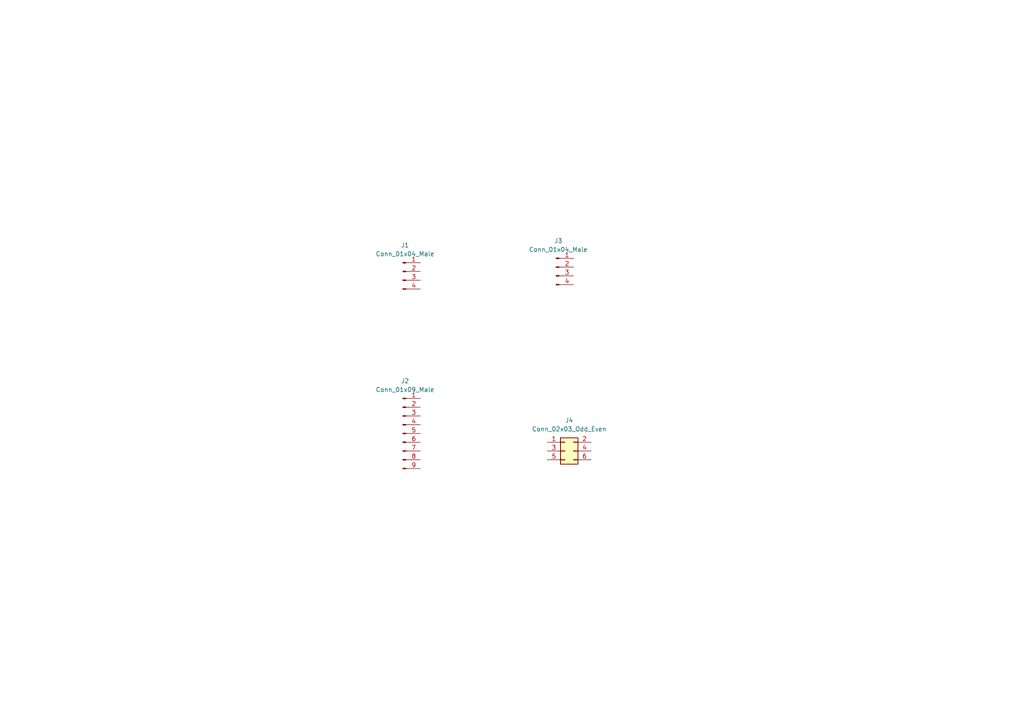
<source format=kicad_sch>
(kicad_sch (version 20211123) (generator eeschema)
  (paper "A4")
  (title_block (title "Arduino Clone ") (date "2022-09-12") (rev "0") (company "NanaHertz") (comment 1 "Designed by Bernard"))
  (lib_symbols
    (symbol "Connector:Conn_01x04_Male" (pin_names (offset 1.016) hide)
      (property "Reference" "J" (at 0 5.08 0))
      (property "Value" "Conn_01x04_Male" (at 0 -7.62 0))
      (symbol "Conn_01x04_Male_1_1"
        (polyline (pts (xy 1.27 -5.08) (xy 0.8636 -5.08)) (stroke (width 0.1524)))
        (polyline (pts (xy 1.27 -2.54) (xy 0.8636 -2.54)) (stroke (width 0.1524)))
        (polyline (pts (xy 1.27 0) (xy 0.8636 0)) (stroke (width 0.1524)))
        (polyline (pts (xy 1.27 2.54) (xy 0.8636 2.54)) (stroke (width 0.1524)))
        (rectangle (start 0.8636 -4.953) (end 0 -5.207) (stroke (width 0.1524)) (fill (type outline)))
        (rectangle (start 0.8636 -2.413) (end 0 -2.667) (stroke (width 0.1524)) (fill (type outline)))
        (rectangle (start 0.8636 0.127) (end 0 -0.127) (stroke (width 0.1524)) (fill (type outline)))
        (rectangle (start 0.8636 2.667) (end 0 2.413) (stroke (width 0.1524)) (fill (type outline)))
        (pin passive line (at 5.08 2.54 180) (length 3.81) (name "Pin_1") (number "1"))
        (pin passive line (at 5.08 0 180) (length 3.81) (name "Pin_2") (number "2"))
        (pin passive line (at 5.08 -2.54 180) (length 3.81) (name "Pin_3") (number "3"))
        (pin passive line (at 5.08 -5.08 180) (length 3.81) (name "Pin_4") (number "4"))
      )
    )
    (symbol "Connector:Conn_01x09_Male" (pin_names (offset 1.016) hide)
      (property "Reference" "J" (at 0 12.7 0))
      (property "Value" "Conn_01x09_Male" (at 0 -12.7 0))
      (symbol "Conn_01x09_Male_1_1"
        (polyline (pts (xy 1.27 -10.16) (xy 0.8636 -10.16)) (stroke (width 0.1524)))
        (polyline (pts (xy 1.27 -7.62) (xy 0.8636 -7.62)) (stroke (width 0.1524)))
        (polyline (pts (xy 1.27 -5.08) (xy 0.8636 -5.08)) (stroke (width 0.1524)))
        (polyline (pts (xy 1.27 -2.54) (xy 0.8636 -2.54)) (stroke (width 0.1524)))
        (polyline (pts (xy 1.27 0) (xy 0.8636 0)) (stroke (width 0.1524)))
        (polyline (pts (xy 1.27 2.54) (xy 0.8636 2.54)) (stroke (width 0.1524)))
        (polyline (pts (xy 1.27 5.08) (xy 0.8636 5.08)) (stroke (width 0.1524)))
        (polyline (pts (xy 1.27 7.62) (xy 0.8636 7.62)) (stroke (width 0.1524)))
        (polyline (pts (xy 1.27 10.16) (xy 0.8636 10.16)) (stroke (width 0.1524)))
        (rectangle (start 0.8636 -10.033) (end 0 -10.287) (stroke (width 0.1524)) (fill (type outline)))
        (rectangle (start 0.8636 -7.493) (end 0 -7.747) (stroke (width 0.1524)) (fill (type outline)))
        (rectangle (start 0.8636 -4.953) (end 0 -5.207) (stroke (width 0.1524)) (fill (type outline)))
        (rectangle (start 0.8636 -2.413) (end 0 -2.667) (stroke (width 0.1524)) (fill (type outline)))
        (rectangle (start 0.8636 0.127) (end 0 -0.127) (stroke (width 0.1524)) (fill (type outline)))
        (rectangle (start 0.8636 2.667) (end 0 2.413) (stroke (width 0.1524)) (fill (type outline)))
        (rectangle (start 0.8636 5.207) (end 0 4.953) (stroke (width 0.1524)) (fill (type outline)))
        (rectangle (start 0.8636 7.747) (end 0 7.493) (stroke (width 0.1524)) (fill (type outline)))
        (rectangle (start 0.8636 10.287) (end 0 10.033) (stroke (width 0.1524)) (fill (type outline)))
        (pin passive line (at 5.08 10.16 180) (length 3.81) (name "Pin_1") (number "1"))
        (pin passive line (at 5.08 7.62 180) (length 3.81) (name "Pin_2") (number "2"))
        (pin passive line (at 5.08 5.08 180) (length 3.81) (name "Pin_3") (number "3"))
        (pin passive line (at 5.08 2.54 180) (length 3.81) (name "Pin_4") (number "4"))
        (pin passive line (at 5.08 0 180) (length 3.81) (name "Pin_5") (number "5"))
        (pin passive line (at 5.08 -2.54 180) (length 3.81) (name "Pin_6") (number "6"))
        (pin passive line (at 5.08 -5.08 180) (length 3.81) (name "Pin_7") (number "7"))
        (pin passive line (at 5.08 -7.62 180) (length 3.81) (name "Pin_8") (number "8"))
        (pin passive line (at 5.08 -10.16 180) (length 3.81) (name "Pin_9") (number "9"))
      )
    )
    (symbol "Connector_Generic:Conn_02x03_Odd_Even" (pin_names (offset 1.016) hide)
      (property "Reference" "J" (at 1.27 5.08 0))
      (property "Value" "Conn_02x03_Odd_Even" (at 1.27 -5.08 0))
      (symbol "Conn_02x03_Odd_Even_1_1"
        (rectangle (start -1.27 -2.413) (end 0 -2.667) (stroke (width 0.1524)))
        (rectangle (start -1.27 0.127) (end 0 -0.127) (stroke (width 0.1524)))
        (rectangle (start -1.27 2.667) (end 0 2.413) (stroke (width 0.1524)))
        (rectangle (start -1.27 3.81) (end 3.81 -3.81) (stroke (width 0.254)) (fill (type background)))
        (rectangle (start 3.81 -2.413) (end 2.54 -2.667) (stroke (width 0.1524)))
        (rectangle (start 3.81 0.127) (end 2.54 -0.127) (stroke (width 0.1524)))
        (rectangle (start 3.81 2.667) (end 2.54 2.413) (stroke (width 0.1524)))
        (pin passive line (at -5.08 2.54 0) (length 3.81) (name "Pin_1") (number "1"))
        (pin passive line (at 7.62 2.54 180) (length 3.81) (name "Pin_2") (number "2"))
        (pin passive line (at -5.08 0 0) (length 3.81) (name "Pin_3") (number "3"))
        (pin passive line (at 7.62 0 180) (length 3.81) (name "Pin_4") (number "4"))
        (pin passive line (at -5.08 -2.54 0) (length 3.81) (name "Pin_5") (number "5"))
        (pin passive line (at 7.62 -2.54 180) (length 3.81) (name "Pin_6") (number "6"))
      )
    )
  )
  (symbol (lib_id "Connector:Conn_01x09_Male") (at 116.84 125.73 0) (unit 1)
    (property "Reference" "J2" (at 117.475 110.49 0))
    (property "Value" "Conn_01x09_Male" (at 117.475 113.03 0))
  )
  (symbol (lib_id "Connector:Conn_01x04_Male") (at 161.29 77.47 0) (unit 1)
    (property "Reference" "J3" (at 161.925 69.85 0))
    (property "Value" "Conn_01x04_Male" (at 161.925 72.39 0))
  )
  (symbol (lib_id "Connector_Generic:Conn_02x03_Odd_Even") (at 163.83 130.81 0) (unit 1)
    (property "Reference" "J4" (at 165.1 121.92 0))
    (property "Value" "Conn_02x03_Odd_Even" (at 165.1 124.46 0))
  )
  (symbol (lib_id "Connector:Conn_01x04_Male") (at 116.84 78.74 0) (unit 1)
    (property "Reference" "J1" (at 117.475 71.12 0))
    (property "Value" "Conn_01x04_Male" (at 117.475 73.66 0))
  )
)
</source>
